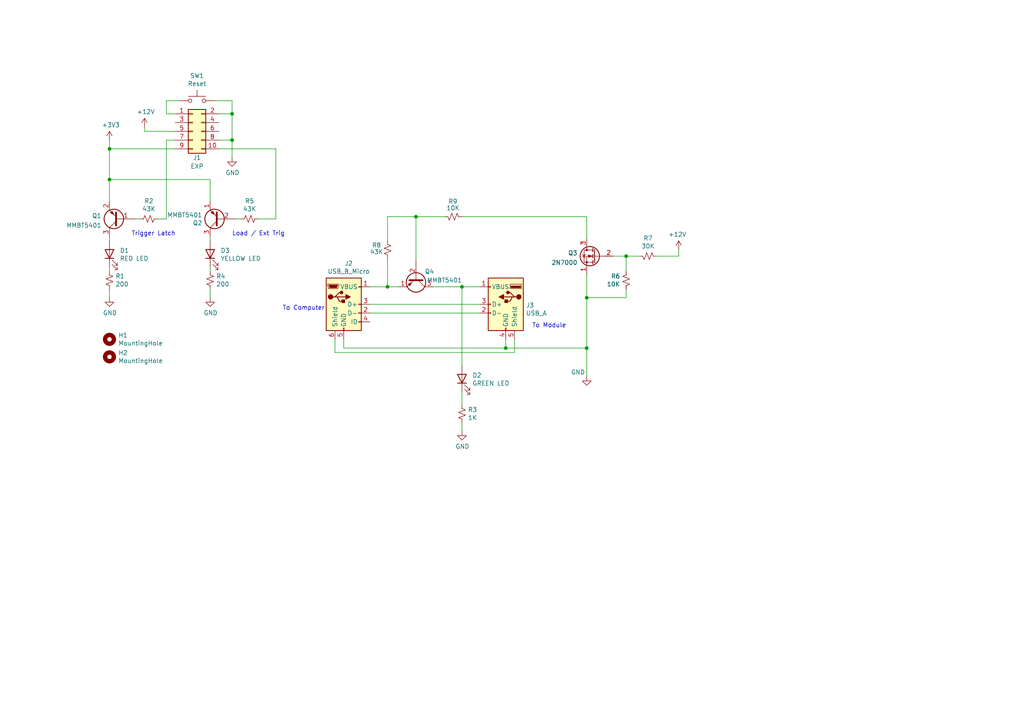
<source format=kicad_sch>
(kicad_sch (version 20211123) (generator eeschema)
  (paper "A4")
  (title_block (title "Du Dad 2HP") (rev "1.0"))
  (lib_symbols
    (symbol "Connector:USB_A" (pin_names (offset 1.016))
      (property "Reference" "J" (at -5.08 11.43 0))
      (property "Value" "USB_A" (at -5.08 8.89 0))
      (symbol "USB_A_0_1"
        (rectangle (start -5.08 -7.62) (end 5.08 7.62) (stroke (width 0.254)) (fill (type background)))
        (circle (center -3.81 2.159) (radius 0.635) (stroke (width 0.254)) (fill (type outline)))
        (rectangle (start -1.524 4.826) (end -4.318 5.334) (fill (type outline)))
        (rectangle (start -1.27 4.572) (end -4.572 5.842))
        (circle (center -0.635 3.429) (radius 0.381) (stroke (width 0.254)) (fill (type outline)))
        (rectangle (start -0.127 -7.62) (end 0.127 -6.858))
        (polyline (pts (xy -3.175 2.159) (xy -2.54 2.159) (xy -1.27 3.429) (xy -0.635 3.429)) (stroke (width 0.254)))
        (polyline (pts (xy -2.54 2.159) (xy -1.905 2.159) (xy -1.27 0.889) (xy 0 0.889)) (stroke (width 0.254)))
        (polyline (pts (xy 0.635 2.794) (xy 0.635 1.524) (xy 1.905 2.159) (xy 0.635 2.794)) (stroke (width 0.254)) (fill (type outline)))
        (rectangle (start 0.254 1.27) (end -0.508 0.508) (stroke (width 0.254)) (fill (type outline)))
        (rectangle (start 5.08 -2.667) (end 4.318 -2.413))
        (rectangle (start 5.08 -0.127) (end 4.318 0.127))
        (rectangle (start 5.08 4.953) (end 4.318 5.207))
      )
      (symbol "USB_A_1_1"
        (polyline (pts (xy -1.905 2.159) (xy 0.635 2.159)) (stroke (width 0.254)))
        (pin power_in line (at 7.62 5.08 180) (length 2.54) (name "VBUS") (number "1"))
        (pin bidirectional line (at 7.62 -2.54 180) (length 2.54) (name "D-") (number "2"))
        (pin bidirectional line (at 7.62 0 180) (length 2.54) (name "D+") (number "3"))
        (pin power_in line (at 0 -10.16 90) (length 2.54) (name "GND") (number "4"))
        (pin passive line (at -2.54 -10.16 90) (length 2.54) (name "Shield") (number "5"))
      )
    )
    (symbol "Connector:USB_B_Micro" (pin_names (offset 1.016))
      (property "Reference" "J" (at -5.08 11.43 0))
      (property "Value" "USB_B_Micro" (at -5.08 8.89 0))
      (symbol "USB_B_Micro_0_1"
        (rectangle (start -5.08 -7.62) (end 5.08 7.62) (stroke (width 0.254)) (fill (type background)))
        (circle (center -3.81 2.159) (radius 0.635) (stroke (width 0.254)) (fill (type outline)))
        (circle (center -0.635 3.429) (radius 0.381) (stroke (width 0.254)) (fill (type outline)))
        (rectangle (start -0.127 -7.62) (end 0.127 -6.858))
        (polyline (pts (xy -1.905 2.159) (xy 0.635 2.159)) (stroke (width 0.254)))
        (polyline (pts (xy -3.175 2.159) (xy -2.54 2.159) (xy -1.27 3.429) (xy -0.635 3.429)) (stroke (width 0.254)))
        (polyline (pts (xy -2.54 2.159) (xy -1.905 2.159) (xy -1.27 0.889) (xy 0 0.889)) (stroke (width 0.254)))
        (polyline (pts (xy 0.635 2.794) (xy 0.635 1.524) (xy 1.905 2.159) (xy 0.635 2.794)) (stroke (width 0.254)) (fill (type outline)))
        (polyline (pts (xy -4.318 5.588) (xy -1.778 5.588) (xy -2.032 4.826) (xy -4.064 4.826) (xy -4.318 5.588)) (fill (type outline)))
        (polyline (pts (xy -4.699 5.842) (xy -4.699 5.588) (xy -4.445 4.826) (xy -4.445 4.572) (xy -1.651 4.572) (xy -1.651 4.826) (xy -1.397 5.588) (xy -1.397 5.842) (xy -4.699 5.842)))
        (rectangle (start 0.254 1.27) (end -0.508 0.508) (stroke (width 0.254)) (fill (type outline)))
        (rectangle (start 5.08 -5.207) (end 4.318 -4.953))
        (rectangle (start 5.08 -2.667) (end 4.318 -2.413))
        (rectangle (start 5.08 -0.127) (end 4.318 0.127))
        (rectangle (start 5.08 4.953) (end 4.318 5.207))
      )
      (symbol "USB_B_Micro_1_1"
        (pin power_out line (at 7.62 5.08 180) (length 2.54) (name "VBUS") (number "1"))
        (pin bidirectional line (at 7.62 -2.54 180) (length 2.54) (name "D-") (number "2"))
        (pin bidirectional line (at 7.62 0 180) (length 2.54) (name "D+") (number "3"))
        (pin passive line (at 7.62 -5.08 180) (length 2.54) (name "ID") (number "4"))
        (pin power_out line (at 0 -10.16 90) (length 2.54) (name "GND") (number "5"))
        (pin passive line (at -2.54 -10.16 90) (length 2.54) (name "Shield") (number "6"))
      )
    )
    (symbol "Connector_Generic:Conn_02x05_Odd_Even" (pin_names (offset 1.016) hide)
      (property "Reference" "J" (at 1.27 7.62 0))
      (property "Value" "Conn_02x05_Odd_Even" (at 1.27 -7.62 0))
      (symbol "Conn_02x05_Odd_Even_1_1"
        (rectangle (start -1.27 -4.953) (end 0 -5.207) (stroke (width 0.1524)))
        (rectangle (start -1.27 -2.413) (end 0 -2.667) (stroke (width 0.1524)))
        (rectangle (start -1.27 0.127) (end 0 -0.127) (stroke (width 0.1524)))
        (rectangle (start -1.27 2.667) (end 0 2.413) (stroke (width 0.1524)))
        (rectangle (start -1.27 5.207) (end 0 4.953) (stroke (width 0.1524)))
        (rectangle (start -1.27 6.35) (end 3.81 -6.35) (stroke (width 0.254)) (fill (type background)))
        (rectangle (start 3.81 -4.953) (end 2.54 -5.207) (stroke (width 0.1524)))
        (rectangle (start 3.81 -2.413) (end 2.54 -2.667) (stroke (width 0.1524)))
        (rectangle (start 3.81 0.127) (end 2.54 -0.127) (stroke (width 0.1524)))
        (rectangle (start 3.81 2.667) (end 2.54 2.413) (stroke (width 0.1524)))
        (rectangle (start 3.81 5.207) (end 2.54 4.953) (stroke (width 0.1524)))
        (pin passive line (at -5.08 5.08 0) (length 3.81) (name "Pin_1") (number "1"))
        (pin passive line (at 7.62 -5.08 180) (length 3.81) (name "Pin_10") (number "10"))
        (pin passive line (at 7.62 5.08 180) (length 3.81) (name "Pin_2") (number "2"))
        (pin passive line (at -5.08 2.54 0) (length 3.81) (name "Pin_3") (number "3"))
        (pin passive line (at 7.62 2.54 180) (length 3.81) (name "Pin_4") (number "4"))
        (pin passive line (at -5.08 0 0) (length 3.81) (name "Pin_5") (number "5"))
        (pin passive line (at 7.62 0 180) (length 3.81) (name "Pin_6") (number "6"))
        (pin passive line (at -5.08 -2.54 0) (length 3.81) (name "Pin_7") (number "7"))
        (pin passive line (at 7.62 -2.54 180) (length 3.81) (name "Pin_8") (number "8"))
        (pin passive line (at -5.08 -5.08 0) (length 3.81) (name "Pin_9") (number "9"))
      )
    )
    (symbol "Device:LED" (pin_numbers hide) (pin_names (offset 1.016) hide)
      (property "Reference" "D" (at 0 2.54 0))
      (property "Value" "LED" (at 0 -2.54 0))
      (symbol "LED_0_1"
        (polyline (pts (xy -1.27 -1.27) (xy -1.27 1.27)) (stroke (width 0.254)))
        (polyline (pts (xy -1.27 0) (xy 1.27 0)))
        (polyline (pts (xy 1.27 -1.27) (xy 1.27 1.27) (xy -1.27 0) (xy 1.27 -1.27)) (stroke (width 0.254)))
        (polyline (pts (xy -3.048 -0.762) (xy -4.572 -2.286) (xy -3.81 -2.286) (xy -4.572 -2.286) (xy -4.572 -1.524)))
        (polyline (pts (xy -1.778 -0.762) (xy -3.302 -2.286) (xy -2.54 -2.286) (xy -3.302 -2.286) (xy -3.302 -1.524)))
      )
      (symbol "LED_1_1"
        (pin passive line (at -3.81 0 0) (length 2.54) (name "K") (number "1"))
        (pin passive line (at 3.81 0 180) (length 2.54) (name "A") (number "2"))
      )
    )
    (symbol "Device:R_Small_US" (pin_numbers hide) (pin_names (offset 0.254) hide)
      (property "Reference" "R" (at 0.762 0.508 0))
      (property "Value" "R_Small_US" (at 0.762 -1.016 0))
      (symbol "R_Small_US_1_1"
        (polyline (pts (xy 0 0) (xy 1.016 -0.381) (xy 0 -0.762) (xy -1.016 -1.143) (xy 0 -1.524)))
        (polyline (pts (xy 0 1.524) (xy 1.016 1.143) (xy 0 0.762) (xy -1.016 0.381) (xy 0 0)))
        (pin passive line (at 0 2.54 270) (length 1.016) (name "~") (number "1"))
        (pin passive line (at 0 -2.54 90) (length 1.016) (name "~") (number "2"))
      )
    )
    (symbol "Mechanical:MountingHole" (pin_names (offset 1.016))
      (property "Reference" "H" (at 0 5.08 0))
      (property "Value" "MountingHole" (at 0 3.175 0))
      (symbol "MountingHole_0_1"
        (circle (center 0 0) (radius 1.27) (stroke (width 1.27)))
      )
    )
    (symbol "Switch:SW_Push" (pin_numbers hide) (pin_names (offset 1.016) hide)
      (property "Reference" "SW" (at 1.27 2.54 0))
      (property "Value" "SW_Push" (at 0 -1.524 0))
      (symbol "SW_Push_0_1"
        (circle (center -2.032 0) (radius 0.508))
        (polyline (pts (xy 0 1.27) (xy 0 3.048)))
        (polyline (pts (xy 2.54 1.27) (xy -2.54 1.27)))
        (circle (center 2.032 0) (radius 0.508))
        (pin passive line (at -5.08 0 0) (length 2.54) (name "1") (number "1"))
        (pin passive line (at 5.08 0 180) (length 2.54) (name "2") (number "2"))
      )
    )
    (symbol "Transistor_BJT:2N3906" (pin_names (offset 0) hide)
      (property "Reference" "Q" (at 5.08 1.905 0))
      (property "Value" "2N3906" (at 5.08 0 0))
      (symbol "2N3906_0_1"
        (polyline (pts (xy 0.635 0.635) (xy 2.54 2.54)))
        (polyline (pts (xy 0.635 -0.635) (xy 2.54 -2.54) (xy 2.54 -2.54)))
        (polyline (pts (xy 0.635 1.905) (xy 0.635 -1.905) (xy 0.635 -1.905)) (stroke (width 0.508)))
        (polyline (pts (xy 2.286 -1.778) (xy 1.778 -2.286) (xy 1.27 -1.27) (xy 2.286 -1.778) (xy 2.286 -1.778)) (fill (type outline)))
        (circle (center 1.27 0) (radius 2.8194) (stroke (width 0.254)))
      )
      (symbol "2N3906_1_1"
        (pin passive line (at 2.54 -5.08 90) (length 2.54) (name "E") (number "1"))
        (pin input line (at -5.08 0 0) (length 5.715) (name "B") (number "2"))
        (pin passive line (at 2.54 5.08 270) (length 2.54) (name "C") (number "3"))
      )
    )
    (symbol "Transistor_BJT:MMBT3906" (pin_names (offset 0) hide)
      (property "Reference" "Q" (at 5.08 1.905 0))
      (property "Value" "MMBT3906" (at 5.08 0 0))
      (symbol "MMBT3906_0_1"
        (polyline (pts (xy 0.635 0.635) (xy 2.54 2.54)))
        (polyline (pts (xy 0.635 -0.635) (xy 2.54 -2.54) (xy 2.54 -2.54)))
        (polyline (pts (xy 0.635 1.905) (xy 0.635 -1.905) (xy 0.635 -1.905)) (stroke (width 0.508)))
        (polyline (pts (xy 2.286 -1.778) (xy 1.778 -2.286) (xy 1.27 -1.27) (xy 2.286 -1.778) (xy 2.286 -1.778)) (fill (type outline)))
        (circle (center 1.27 0) (radius 2.8194) (stroke (width 0.254)))
      )
      (symbol "MMBT3906_1_1"
        (pin input line (at -5.08 0 0) (length 5.715) (name "B") (number "1"))
        (pin passive line (at 2.54 -5.08 90) (length 2.54) (name "E") (number "2"))
        (pin passive line (at 2.54 5.08 270) (length 2.54) (name "C") (number "3"))
      )
    )
    (symbol "Transistor_FET:2N7000" (pin_names hide)
      (property "Reference" "Q" (at 5.08 1.905 0))
      (property "Value" "2N7000" (at 5.08 0 0))
      (symbol "2N7000_0_1"
        (polyline (pts (xy 0.254 0) (xy -2.54 0)))
        (polyline (pts (xy 0.254 1.905) (xy 0.254 -1.905)) (stroke (width 0.254)))
        (polyline (pts (xy 0.762 -1.27) (xy 0.762 -2.286)) (stroke (width 0.254)))
        (polyline (pts (xy 0.762 0.508) (xy 0.762 -0.508)) (stroke (width 0.254)))
        (polyline (pts (xy 0.762 2.286) (xy 0.762 1.27)) (stroke (width 0.254)))
        (polyline (pts (xy 2.54 2.54) (xy 2.54 1.778)))
        (polyline (pts (xy 2.54 -2.54) (xy 2.54 0) (xy 0.762 0)))
        (polyline (pts (xy 0.762 -1.778) (xy 3.302 -1.778) (xy 3.302 1.778) (xy 0.762 1.778)))
        (polyline (pts (xy 1.016 0) (xy 2.032 0.381) (xy 2.032 -0.381) (xy 1.016 0)) (fill (type outline)))
        (polyline (pts (xy 2.794 0.508) (xy 2.921 0.381) (xy 3.683 0.381) (xy 3.81 0.254)))
        (polyline (pts (xy 3.302 0.381) (xy 2.921 -0.254) (xy 3.683 -0.254) (xy 3.302 0.381)))
        (circle (center 1.651 0) (radius 2.794) (stroke (width 0.254)))
        (circle (center 2.54 -1.778) (radius 0.254) (fill (type outline)))
        (circle (center 2.54 1.778) (radius 0.254) (fill (type outline)))
      )
      (symbol "2N7000_1_1"
        (pin passive line (at 2.54 -5.08 90) (length 2.54) (name "S") (number "1"))
        (pin input line (at -5.08 0 0) (length 2.54) (name "G") (number "2"))
        (pin passive line (at 2.54 5.08 270) (length 2.54) (name "D") (number "3"))
      )
    )
    (symbol "power:+12V" (power) (pin_names (offset 0))
      (property "Value" "+12V" (at 0 3.556 0))
      (symbol "+12V_0_1"
        (polyline (pts (xy -0.762 1.27) (xy 0 2.54)))
        (polyline (pts (xy 0 0) (xy 0 2.54)))
        (polyline (pts (xy 0 2.54) (xy 0.762 1.27)))
      )
      (symbol "+12V_1_1"
        (pin power_in line (at 0 0 90) (length 0) hide (name "+12V") (number "1"))
      )
    )
    (symbol "power:+3.3V" (power) (pin_names (offset 0))
      (property "Value" "+3.3V" (at 0 3.556 0))
      (symbol "+3.3V_0_1"
        (polyline (pts (xy -0.762 1.27) (xy 0 2.54)))
        (polyline (pts (xy 0 0) (xy 0 2.54)))
        (polyline (pts (xy 0 2.54) (xy 0.762 1.27)))
      )
      (symbol "+3.3V_1_1"
        (pin power_in line (at 0 0 90) (length 0) hide (name "+3V3") (number "1"))
      )
    )
    (symbol "power:GND" (power) (pin_names (offset 0))
      (property "Value" "GND" (at 0 -3.81 0))
      (symbol "GND_0_1"
        (polyline (pts (xy 0 0) (xy 0 -1.27) (xy 1.27 -1.27) (xy 0 -2.54) (xy -1.27 -1.27) (xy 0 -1.27)))
      )
      (symbol "GND_1_1"
        (pin power_in line (at 0 0 270) (length 0) hide (name "GND") (number "1"))
      )
    )
  )
  (junction (at 31.75 52.07))
  (junction (at 146.685 100.965))
  (junction (at 120.65 62.865))
  (junction (at 31.75 43.18))
  (junction (at 67.31 40.64))
  (junction (at 181.61 74.295))
  (junction (at 133.985 83.185))
  (junction (at 170.18 86.36))
  (junction (at 170.18 100.965))
  (junction (at 112.395 83.185))
  (junction (at 67.31 33.02))
  (wire (pts (xy 31.75 52.07) (xy 31.75 58.42)))
  (wire (pts (xy 112.395 69.85) (xy 112.395 62.865)))
  (wire (pts (xy 50.8 40.64) (xy 48.26 40.64)))
  (wire (pts (xy 31.75 68.58) (xy 31.75 69.85)))
  (wire (pts (xy 67.31 29.21) (xy 67.31 33.02)))
  (wire (pts (xy 125.73 83.185) (xy 133.985 83.185)))
  (wire (pts (xy 60.96 52.07) (xy 60.96 58.42)))
  (wire (pts (xy 48.26 40.64) (xy 48.26 63.5)))
  (wire (pts (xy 107.315 83.185) (xy 112.395 83.185)))
  (wire (pts (xy 170.18 100.965) (xy 170.18 109.22)))
  (wire (pts (xy 39.37 63.5) (xy 40.64 63.5)))
  (wire (pts (xy 185.42 74.295) (xy 181.61 74.295)))
  (wire (pts (xy 170.18 79.375) (xy 170.18 86.36)))
  (wire (pts (xy 120.65 75.565) (xy 120.65 62.865)))
  (wire (pts (xy 133.985 113.665) (xy 133.985 117.475)))
  (wire (pts (xy 196.85 74.295) (xy 190.5 74.295)))
  (wire (pts (xy 31.75 83.82) (xy 31.75 86.36)))
  (wire (pts (xy 62.23 29.21) (xy 67.31 29.21)))
  (wire (pts (xy 146.685 100.965) (xy 170.18 100.965)))
  (wire (pts (xy 67.31 40.64) (xy 67.31 45.72)))
  (wire (pts (xy 133.985 122.555) (xy 133.985 125.095)))
  (wire (pts (xy 60.96 68.58) (xy 60.96 69.85)))
  (wire (pts (xy 31.75 43.18) (xy 31.75 52.07)))
  (wire (pts (xy 80.01 43.18) (xy 80.01 63.5)))
  (wire (pts (xy 170.18 69.215) (xy 170.18 62.865)))
  (wire (pts (xy 170.18 86.36) (xy 170.18 100.965)))
  (wire (pts (xy 48.26 33.02) (xy 48.26 29.21)))
  (wire (pts (xy 41.91 38.1) (xy 50.8 38.1)))
  (wire (pts (xy 63.5 33.02) (xy 67.31 33.02)))
  (wire (pts (xy 60.96 83.82) (xy 60.96 86.36)))
  (wire (pts (xy 112.395 62.865) (xy 120.65 62.865)))
  (wire (pts (xy 63.5 40.64) (xy 67.31 40.64)))
  (wire (pts (xy 74.93 63.5) (xy 80.01 63.5)))
  (wire (pts (xy 31.75 77.47) (xy 31.75 78.74)))
  (wire (pts (xy 181.61 86.36) (xy 170.18 86.36)))
  (wire (pts (xy 60.96 77.47) (xy 60.96 78.74)))
  (wire (pts (xy 97.155 98.425) (xy 97.155 102.235)))
  (wire (pts (xy 112.395 83.185) (xy 115.57 83.185)))
  (wire (pts (xy 181.61 78.74) (xy 181.61 74.295)))
  (wire (pts (xy 107.315 90.805) (xy 139.065 90.805)))
  (wire (pts (xy 67.31 33.02) (xy 67.31 40.64)))
  (wire (pts (xy 112.395 74.93) (xy 112.395 83.185)))
  (wire (pts (xy 181.61 83.82) (xy 181.61 86.36)))
  (wire (pts (xy 196.85 72.39) (xy 196.85 74.295)))
  (wire (pts (xy 41.91 36.83) (xy 41.91 38.1)))
  (wire (pts (xy 170.18 62.865) (xy 133.985 62.865)))
  (wire (pts (xy 48.26 29.21) (xy 52.07 29.21)))
  (wire (pts (xy 107.315 88.265) (xy 139.065 88.265)))
  (wire (pts (xy 50.8 43.18) (xy 31.75 43.18)))
  (wire (pts (xy 133.985 83.185) (xy 139.065 83.185)))
  (wire (pts (xy 68.58 63.5) (xy 69.85 63.5)))
  (wire (pts (xy 146.685 100.965) (xy 146.685 98.425)))
  (wire (pts (xy 48.26 63.5) (xy 45.72 63.5)))
  (wire (pts (xy 99.695 98.425) (xy 99.695 100.965)))
  (wire (pts (xy 181.61 74.295) (xy 177.8 74.295)))
  (wire (pts (xy 149.225 102.235) (xy 149.225 98.425)))
  (wire (pts (xy 31.75 52.07) (xy 60.96 52.07)))
  (wire (pts (xy 97.155 102.235) (xy 149.225 102.235)))
  (wire (pts (xy 120.65 62.865) (xy 128.905 62.865)))
  (wire (pts (xy 31.75 40.64) (xy 31.75 43.18)))
  (wire (pts (xy 63.5 43.18) (xy 80.01 43.18)))
  (wire (pts (xy 50.8 33.02) (xy 48.26 33.02)))
  (wire (pts (xy 133.985 83.185) (xy 133.985 106.045)))
  (wire (pts (xy 99.695 100.965) (xy 146.685 100.965)))
  (text "To Computer" (at 81.915 90.17 0) (effects (font (size 1.27 1.27)) (justify left bottom)))
  (text "Trigger Latch" (at 38.1 68.58 0) (effects (font (size 1.27 1.27)) (justify left bottom)))
  (text "To Module" (at 154.305 95.25 0) (effects (font (size 1.27 1.27)) (justify left bottom)))
  (text "Load / Ext Trig" (at 67.31 68.58 0) (effects (font (size 1.27 1.27)) (justify left bottom)))
  (symbol (lib_id "Mechanical:MountingHole") (at 31.75 98.425 0) (unit 1) (in_bom no)
    (property "Reference" "H1" (at 34.29 97.2566 0) (effects (justify left)))
    (property "Value" "MountingHole" (at 34.29 99.568 0) (effects (justify left)))
    (property "Footprint" "MountingHole:MountingHole_2.5mm" (effects hide))
  )
  (symbol (lib_id "Mechanical:MountingHole") (at 31.75 103.505 0) (unit 1) (in_bom no)
    (property "Reference" "H2" (at 34.29 102.3366 0) (effects (justify left)))
    (property "Value" "MountingHole" (at 34.29 104.648 0) (effects (justify left)))
    (property "Footprint" "MountingHole:MountingHole_2.5mm" (effects hide))
  )
  (symbol (lib_id "Transistor_BJT:2N3906") (at 63.5 63.5 180) (unit 1)
    (property "Reference" "Q2" (at 58.674 64.6684 0) (effects (justify left)))
    (property "Value" "MMBT5401" (at 58.674 62.357 0) (effects (justify left)))
    (property "Footprint" "Package_TO_SOT_SMD:SOT-23" (effects hide))
    (property "Datasheet" "https://www.onsemi.com/pub/Collateral/2N3906-D.PDF" (effects hide))
    (property "  LCSC Part #" "C8326" (effects hide))
  )
  (symbol (lib_id "Device:R_Small_US") (at 72.39 63.5 270) (unit 1)
    (property "Reference" "R5" (at 72.39 58.293 90))
    (property "Value" "43K" (at 72.39 60.6044 90))
    (property "Footprint" "Resistor_SMD:R_0805_2012Metric_Pad1.20x1.40mm_HandSolder" (effects hide))
    (property "  LCSC Part #" "C17695" (effects hide))
  )
  (symbol (lib_id "Device:R_Small_US") (at 60.96 81.28 180) (unit 1)
    (property "Reference" "R4" (at 62.6872 80.1116 0) (effects (justify right)))
    (property "Value" "200" (at 62.6872 82.423 0) (effects (justify right)))
    (property "Footprint" "Resistor_SMD:R_0805_2012Metric_Pad1.20x1.40mm_HandSolder" (effects hide))
    (property "  LCSC Part #" "C17540" (effects hide))
  )
  (symbol (lib_id "Device:LED") (at 60.96 73.66 90) (unit 1)
    (property "Reference" "D3" (at 63.9572 72.6694 90) (effects (justify right)))
    (property "Value" "YELLOW LED" (at 63.9572 74.9808 90) (effects (justify right)))
    (property "Footprint" "LED_THT:LED_D3.0mm" (effects hide))
    (property "Digi-Key Part" "732-5010-ND" (effects hide))
  )
  (symbol (lib_id "power:GND") (at 60.96 86.36 0) (unit 1)
    (property "Reference" "#PWR07" (effects hide))
    (property "Value" "GND" (at 61.087 90.7542 0))
  )
  (symbol (lib_id "Switch:SW_Push") (at 57.15 29.21 0) (unit 1)
    (property "Reference" "SW1" (at 57.15 21.971 0))
    (property "Value" "Reset" (at 57.15 24.2824 0))
    (property "Footprint" "Button_Switch_THT:SW_PUSH_6mm" (effects hide))
    (property "Digi-Key Part" "450-1940-ND" (effects hide))
  )
  (symbol (lib_id "power:+3.3V") (at 31.75 40.64 0) (unit 1)
    (property "Reference" "#PWR0101" (effects hide))
    (property "Value" "+3.3V" (at 32.131 36.2458 0))
  )
  (symbol (lib_id "Device:R_Small_US") (at 43.18 63.5 270) (unit 1)
    (property "Reference" "R2" (at 43.18 58.293 90))
    (property "Value" "43K" (at 43.18 60.6044 90))
    (property "Footprint" "Resistor_SMD:R_0805_2012Metric_Pad1.20x1.40mm_HandSolder" (effects hide))
    (property "  LCSC Part #" "C17695" (effects hide))
  )
  (symbol (lib_id "Device:R_Small_US") (at 31.75 81.28 180) (unit 1)
    (property "Reference" "R1" (at 33.4772 80.1116 0) (effects (justify right)))
    (property "Value" "200" (at 33.4772 82.423 0) (effects (justify right)))
    (property "Footprint" "Resistor_SMD:R_0805_2012Metric_Pad1.20x1.40mm_HandSolder" (effects hide))
    (property "  LCSC Part #" "C17540" (effects hide))
  )
  (symbol (lib_id "Device:LED") (at 31.75 73.66 90) (unit 1)
    (property "Reference" "D1" (at 34.7472 72.6694 90) (effects (justify right)))
    (property "Value" "RED LED" (at 34.7472 74.9808 90) (effects (justify right)))
    (property "Footprint" "LED_THT:LED_D3.0mm" (effects hide))
    (property "Digi-Key Part" "732-5005-ND" (effects hide))
  )
  (symbol (lib_id "power:GND") (at 31.75 86.36 0) (unit 1)
    (property "Reference" "#PWR05" (effects hide))
    (property "Value" "GND" (at 31.877 90.7542 0))
  )
  (symbol (lib_id "Device:R_Small_US") (at 133.985 120.015 180) (unit 1)
    (property "Reference" "R3" (at 135.7122 118.8466 0) (effects (justify right)))
    (property "Value" "1K" (at 135.7122 121.158 0) (effects (justify right)))
    (property "Footprint" "Resistor_SMD:R_0805_2012Metric_Pad1.20x1.40mm_HandSolder" (effects hide))
    (property "  LCSC Part #" "C17513" (effects hide))
  )
  (symbol (lib_id "Device:LED") (at 133.985 109.855 90) (unit 1)
    (property "Reference" "D2" (at 136.9822 108.8644 90) (effects (justify right)))
    (property "Value" "GREEN LED" (at 136.9822 111.1758 90) (effects (justify right)))
    (property "Footprint" "LED_THT:LED_D3.0mm" (effects hide))
    (property "Digi-Key Part" "732-5008-ND" (effects hide))
  )
  (symbol (lib_id "power:GND") (at 133.985 125.095 0) (unit 1)
    (property "Reference" "#PWR06" (effects hide))
    (property "Value" "GND" (at 134.112 129.4892 0))
  )
  (symbol (lib_id "Connector:USB_B_Micro") (at 99.695 88.265 0) (unit 1)
    (property "Reference" "J2" (at 101.1428 76.4032 0))
    (property "Value" "USB_B_Micro" (at 101.1428 78.7146 0))
    (property "Footprint" "Connector_USB:USB_Micro-B_Wuerth_614105150721_Vertical" (effects hide))
    (property "Digi-Key Part" "2073-USB3131-30-0230-ACT-ND" (effects hide))
  )
  (symbol (lib_id "Connector:USB_A") (at 146.685 88.265 0) (mirror y) (unit 1)
    (property "Reference" "J3" (at 152.527 88.5444 0) (effects (justify right)))
    (property "Value" "USB_A" (at 152.527 90.8558 0) (effects (justify right)))
    (property "Footprint" "sputterizer:USB_A_Amphenol_UE27AE54100_Vertical" (effects hide))
    (property "Datasheet" " ~" (effects hide))
    (property "  LCSC Part #" "C718031" (effects hide))
  )
  (symbol (lib_id "Connector_Generic:Conn_02x05_Odd_Even") (at 55.88 38.1 0) (unit 1)
    (property "Reference" "J1" (at 57.15 45.72 0))
    (property "Value" "EXP" (at 57.15 48.26 0))
    (property "Footprint" "Connector_PinHeader_2.54mm:PinHeader_2x05_P2.54mm_Vertical" (effects hide))
    (property "Digi-Key Part" "S2011EC-05-ND" (effects hide))
    (property "  LCSC Part #" "C225520" (effects hide))
  )
  (symbol (lib_id "power:+12V") (at 41.91 36.83 0) (unit 1)
    (property "Reference" "#PWR01" (effects hide))
    (property "Value" "+12V" (at 42.291 32.4358 0))
  )
  (symbol (lib_id "power:GND") (at 67.31 45.72 0) (unit 1)
    (property "Reference" "#PWR02" (effects hide))
    (property "Value" "GND" (at 67.437 50.1142 0))
  )
  (symbol (lib_id "power:GND") (at 170.18 109.22 0) (mirror y) (unit 1)
    (property "Reference" "#PWR04" (effects hide))
    (property "Value" "GND" (at 167.64 107.95 0))
  )
  (symbol (lib_id "Transistor_BJT:2N3906") (at 120.65 80.645 270) (unit 1)
    (property "Reference" "Q4" (at 123.19 78.74 90) (effects (justify left)))
    (property "Value" "MMBT5401" (at 123.825 81.28 90) (effects (justify left)))
    (property "Footprint" "Package_TO_SOT_SMD:SOT-23" (effects hide))
    (property "Datasheet" "https://www.onsemi.com/pub/Collateral/2N3906-D.PDF" (effects hide))
    (property "  LCSC Part #" "C8326" (effects hide))
  )
  (symbol (lib_id "Transistor_BJT:MMBT3906") (at 34.29 63.5 180) (unit 1)
    (property "Reference" "Q1" (at 29.4386 62.5915 0) (effects (justify left)))
    (property "Value" "MMBT5401" (at 29.4386 65.3666 0) (effects (justify left)))
    (property "Footprint" "Package_TO_SOT_SMD:SOT-23" (effects hide))
    (property "Datasheet" "https://www.onsemi.com/pub/Collateral/2N3906-D.PDF" (effects hide))
    (property "  LCSC Part #" "C8326" (effects hide))
  )
  (symbol (lib_id "Device:R_Small_US") (at 187.96 74.295 90) (mirror x) (unit 1)
    (property "Reference" "R7" (at 187.96 69.088 90))
    (property "Value" "30K" (at 187.96 71.3994 90))
    (property "Footprint" "Resistor_SMD:R_0805_2012Metric_Pad1.20x1.40mm_HandSolder" (effects hide))
    (property "  LCSC Part #" "C17621" (effects hide))
  )
  (symbol (lib_id "power:+12V") (at 196.85 72.39 0) (mirror y) (unit 1)
    (property "Reference" "#PWR0102" (effects hide))
    (property "Value" "+12V" (at 196.469 67.9958 0))
  )
  (symbol (lib_id "Device:R_Small_US") (at 131.445 62.865 270) (mirror x) (unit 1)
    (property "Reference" "R9" (at 132.715 58.42 90) (effects (justify right)))
    (property "Value" "10K" (at 133.35 60.325 90) (effects (justify right)))
    (property "Footprint" "Resistor_SMD:R_0805_2012Metric_Pad1.20x1.40mm_HandSolder" (effects hide))
    (property "  LCSC Part #" "C17414" (effects hide))
  )
  (symbol (lib_id "Transistor_FET:2N7000") (at 172.72 74.295 0) (mirror y) (unit 1)
    (property "Reference" "Q3" (at 167.5131 73.3865 0) (effects (justify left)))
    (property "Value" "2N7000" (at 167.5131 76.1616 0) (effects (justify left)))
    (property "Footprint" "Package_TO_SOT_SMD:SOT-23" (effects hide))
    (property "Datasheet" "https://www.onsemi.com/pub/Collateral/NDS7002A-D.PDF" (effects hide))
    (property "  LCSC Part #" "C232838" (effects hide))
  )
  (symbol (lib_id "Device:R_Small_US") (at 112.395 72.39 0) (unit 1)
    (property "Reference" "R8" (at 109.22 71.12 0))
    (property "Value" "43K" (at 109.22 73.025 0))
    (property "Footprint" "Resistor_SMD:R_0805_2012Metric_Pad1.20x1.40mm_HandSolder" (effects hide))
    (property "  LCSC Part #" "C17695" (effects hide))
  )
  (symbol (lib_id "Device:R_Small_US") (at 181.61 81.28 0) (mirror x) (unit 1)
    (property "Reference" "R6" (at 179.8828 80.1116 0) (effects (justify right)))
    (property "Value" "10K" (at 179.8828 82.423 0) (effects (justify right)))
    (property "Footprint" "Resistor_SMD:R_0805_2012Metric_Pad1.20x1.40mm_HandSolder" (effects hide))
    (property "  LCSC Part #" "C17414" (effects hide))
  )
)
</source>
